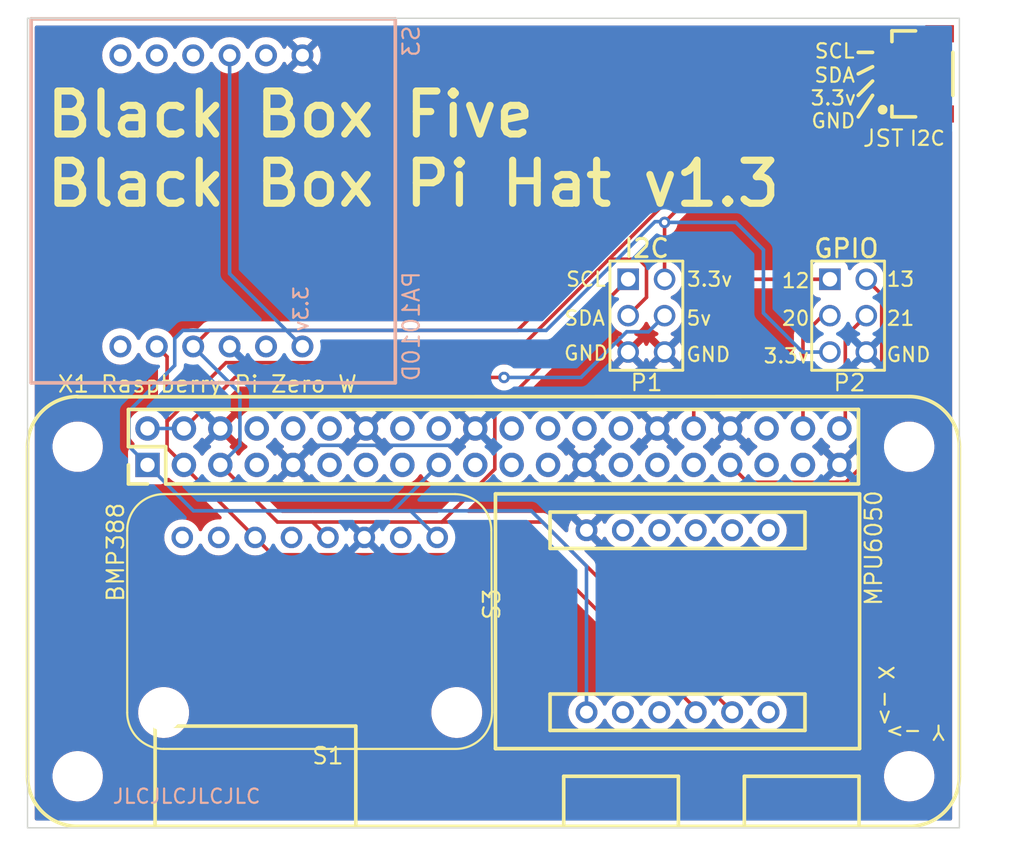
<source format=kicad_pcb>
(kicad_pcb (version 20211014) (generator pcbnew)
  (layers (0 "F.Cu" signal) (31 "B.Cu" signal) (34 "B.Paste" user) (35 "F.Paste" user) (36 "B.SilkS" user "B.Silkscreen") (37 "F.SilkS" user "F.Silkscreen") (38 "B.Mask" user) (39 "F.Mask" user) (44 "Edge.Cuts" user))
  (net 0 "")
  (net 1 "GND")
  (net 2 "3.3V")
  (net 3 "SDA")
  (net 4 "SCL")
  (net 5 "GP21")
  (net 6 "GP20")
  (net 7 "GP13")
  (net 8 "GP12")
  (net 9 "5V")
  (footprint "easyeda:ADAFRUIT BMP388 V2" (layer "F.Cu") (at 32.385 116.713 180)
    (fp_text reference "S1" (at -0.077 -10.668 180) (layer "F.SilkS") (effects (font (size 1.143 1.143) (thickness 0.152)) (justify left)))
    (fp_text value "BMP388" (at 13.54125 -0.00575 270) (layer "F.SilkS") (effects (font (size 1.15 1.15)) (justify left)))
    (fp_line (start -10.146 7.602) (end 10.174 7.602) (layer "F.SilkS") (width 0.152))
    (fp_line (start 10.191 -10.181) (end -10.129 -10.181) (layer "F.SilkS") (width 0.152))
    (fp_line (start -12.724 -7.641) (end -12.669 5.059) (layer "F.SilkS") (width 0.152))
    (fp_line (start 12.731 5.059) (end 12.731 -7.641) (layer "F.SilkS") (width 0.152))
    (fp_arc (start -10.129 7.599) (mid -11.925067 6.855036) (end -12.669 5.058956) (layer "F.SilkS") (width 0.152))
    (fp_arc (start 10.191 -10.181) (mid 11.987051 -9.437051) (end 12.731 -7.641) (layer "F.SilkS") (width 0.152))
    (fp_arc (start 12.731 5.059) (mid 11.987051 6.855051) (end 10.191 7.599) (layer "F.SilkS") (width 0.152))
    (fp_arc (start -12.72 -7.641) (mid -11.976036 -9.437067) (end -10.179956 -10.181) (layer "F.SilkS") (width 0.152))
    (pad "" np_thru_hole circle locked (at 10.191 -7.641) (size 2.54 2.54) (drill 2.54) (layers *.Cu *.Mask))
    (pad "" np_thru_hole circle locked (at -10.256 -7.641) (size 2.54 2.54) (drill 2.54) (layers *.Cu *.Mask))
    (pad "1" thru_hole circle locked (at -8.89 4.58) (size 1.499 1.499) (drill 0.914) (layers *.Cu *.Paste *.Mask) (net 2 "3.3V"))
    (pad "2" thru_hole circle locked (at -6.35 4.58) (size 1.499 1.499) (drill 0.914) (layers *.Cu *.Paste *.Mask))
    (pad "3" thru_hole circle locked (at -3.81 4.58) (size 1.499 1.499) (drill 0.914) (layers *.Cu *.Paste *.Mask) (net 1 "GND"))
    (pad "4" thru_hole circle locked (at -1.27 4.58) (size 1.499 1.499) (drill 0.914) (layers *.Cu *.Paste *.Mask) (net 4 "SCL"))
    (pad "5" thru_hole circle locked (at 1.27 4.58) (size 1.499 1.499) (drill 0.914) (layers *.Cu *.Paste *.Mask))
    (pad "6" thru_hole circle locked (at 3.81 4.58) (size 1.499 1.499) (drill 0.914) (layers *.Cu *.Paste *.Mask) (net 3 "SDA"))
    (pad "7" thru_hole circle locked (at 6.35 4.58) (size 1.499 1.499) (drill 0.914) (layers *.Cu *.Paste *.Mask))
    (pad "8" thru_hole circle locked (at 8.89 4.58) (size 1.499 1.499) (drill 0.914) (layers *.Cu *.Paste *.Mask))
  )
  (footprint "easyeda:2X3 PIN THROUGH HOLE" (layer "F.Cu") (at 54.46875 94.11625 -90)
    (fp_text reference "P1" (at 7.21875 -2.625 180) (layer "F.SilkS") (effects (font (size 1.143 1.143) (thickness 0.152)) (justify right)))
    (fp_text value "I2C" (at -2.15625 -3.09375 180) (layer "F.SilkS") (effects (font (size 1.27 1.27) (thickness 0.203)) (justify right)))
    (fp_text user "GND" (at 5.15625 2.8125 unlocked) (layer "F.SilkS"))
    (fp_text user "SCL" (at 0 2.8125 unlocked) (layer "F.SilkS"))
    (fp_text user "5v" (at 2.71875 -5.0625 unlocked) (layer "F.SilkS"))
    (fp_text user "SDA" (at 2.71875 2.90625 unlocked) (layer "F.SilkS"))
    (fp_text user "GND" (at 5.25 -5.71875 unlocked) (layer "F.SilkS"))
    (fp_text user "3.3v" (at 0 -5.8125 unlocked) (layer "F.SilkS"))
    (fp_line (start -1.27 -3.937) (end 6.35 -3.937) (layer "F.SilkS") (width 0.201))
    (fp_line (start -1.27 1.143) (end -1.27 -3.937) (layer "F.SilkS") (width 0.201))
    (fp_line (start -1.27 1.143) (end 6.35 1.143) (layer "F.SilkS") (width 0.201))
    (fp_line (start 6.35 1.143) (end 6.35 -3.937) (layer "F.SilkS") (width 0.201))
    (pad "1" thru_hole rect locked (at 0 -0.127 270) (size 1.499 1.499) (drill 1.016) (layers *.Cu *.Paste *.Mask) (net 4 "SCL"))
    (pad "2" thru_hole circle locked (at 0 -2.667 270) (size 1.499 1.499) (drill 1.016) (layers *.Cu *.Paste *.Mask) (net 2 "3.3V"))
    (pad "3" thru_hole circle locked (at 2.54 -0.127 270) (size 1.499 1.499) (drill 1.016) (layers *.Cu *.Paste *.Mask) (net 3 "SDA"))
    (pad "4" thru_hole circle locked (at 2.54 -2.667 270) (size 1.499 1.499) (drill 1.016) (layers *.Cu *.Paste *.Mask) (net 9 "5V"))
    (pad "5" thru_hole circle locked (at 5.08 -0.127 270) (size 1.499 1.499) (drill 1.016) (layers *.Cu *.Paste *.Mask) (net 1 "GND"))
    (pad "6" thru_hole circle locked (at 5.08 -2.667 270) (size 1.499 1.499) (drill 1.016) (layers *.Cu *.Paste *.Mask) (net 1 "GND"))
  )
  (footprint "easyeda:ADAFRUIT-STEMMAQT-MPU6050" (layer "F.Cu") (at 45.339 126.873 90)
    (fp_text reference "S3" (at 8.89 -0.254 90) (layer "F.SilkS") (effects (font (size 1.143 1.143) (thickness 0.152)) (justify left)))
    (fp_text value "MPU6050" (at 9.873 26.37975 270) (layer "F.SilkS") (effects (font (size 1.15 1.15)) (justify left)))
    (fp_text user "Y ->" (at 1.15425 29.286 180 unlocked) (layer "F.SilkS"))
    (fp_text user "X ->" (at 3.6855 27.2235 270 unlocked) (layer "F.SilkS"))
    (fp_line (start 17.78 0) (end 17.78 25.4) (layer "F.SilkS") (width 0.254))
    (fp_line (start 16.51 3.81) (end 16.51 21.59) (layer "F.SilkS") (width 0.254))
    (fp_line (start 1.27 3.81) (end 3.81 3.81) (layer "F.SilkS") (width 0.254))
    (fp_line (start 1.27 21.59) (end 1.27 3.81) (layer "F.SilkS") (width 0.254))
    (fp_line (start 0 0) (end 17.78 0) (layer "F.SilkS") (width 0.254))
    (fp_line (start 3.81 21.59) (end 1.27 21.59) (layer "F.SilkS") (width 0.254))
    (fp_line (start 16.51 21.59) (end 13.97 21.59) (layer "F.SilkS") (width 0.254))
    (fp_line (start 3.81 3.81) (end 3.81 21.59) (layer "F.SilkS") (width 0.254))
    (fp_line (start 13.97 21.59) (end 13.97 3.81) (layer "F.SilkS") (width 0.254))
    (fp_line (start 17.78 25.4) (end 0 25.4) (layer "F.SilkS") (width 0.254))
    (fp_line (start 0 25.4) (end 0 0) (layer "F.SilkS") (width 0.254))
    (fp_line (start 13.97 3.81) (end 16.51 3.81) (layer "F.SilkS") (width 0.254))
    (pad "1" thru_hole circle locked (at 2.54 6.35 90) (size 1.524 1.524) (drill 0.914) (layers *.Cu *.Paste *.Mask) (net 2 "3.3V"))
    (pad "2" thru_hole circle locked (at 2.54 8.89 90) (size 1.524 1.524) (drill 0.914) (layers *.Cu *.Paste *.Mask))
    (pad "3" thru_hole circle locked (at 2.54 11.43 90) (size 1.524 1.524) (drill 0.914) (layers *.Cu *.Paste *.Mask))
    (pad "4" thru_hole circle locked (at 2.54 13.97 90) (size 1.524 1.524) (drill 0.914) (layers *.Cu *.Paste *.Mask) (net 3 "SDA"))
    (pad "5" thru_hole circle locked (at 2.54 16.51 90) (size 1.524 1.524) (drill 0.914) (layers *.Cu *.Paste *.Mask) (net 4 "SCL"))
    (pad "6" thru_hole circle locked (at 2.54 19.05 90) (size 1.524 1.524) (drill 0.914) (layers *.Cu *.Paste *.Mask))
    (pad "7" thru_hole circle locked (at 15.24 19.05 90) (size 1.524 1.524) (drill 0.914) (layers *.Cu *.Paste *.Mask))
    (pad "8" thru_hole circle locked (at 15.24 16.51 90) (size 1.524 1.524) (drill 0.914) (layers *.Cu *.Paste *.Mask))
    (pad "9" thru_hole circle locked (at 15.24 13.97 90) (size 1.524 1.524) (drill 0.914) (layers *.Cu *.Paste *.Mask))
    (pad "10" thru_hole circle locked (at 15.24 11.43 90) (size 1.524 1.524) (drill 0.914) (layers *.Cu *.Paste *.Mask))
    (pad "11" thru_hole circle locked (at 15.24 8.89 90) (size 1.524 1.524) (drill 0.914) (layers *.Cu *.Paste *.Mask))
    (pad "12" thru_hole circle locked (at 15.24 6.35 90) (size 1.524 1.524) (drill 0.914) (layers *.Cu *.Paste *.Mask) (net 1 "GND"))
  )
  (footprint "easyeda:2X3 PIN THROUGH HOLE" (layer "F.Cu") (at 68.5405 94.11625 -90)
    (fp_text reference "P2" (at 7.2275 -2.7095 180) (layer "F.SilkS") (effects (font (size 1.143 1.143) (thickness 0.152)) (justify right)))
    (fp_text value "GPIO" (at -2.1475 -3.647 180) (layer "F.SilkS") (effects (font (size 1.27 1.27) (thickness 0.203)) (justify right)))
    (fp_text user "12" (at 0.1025 2.25925 unlocked) (layer "F.SilkS"))
    (fp_text user "21" (at 2.7275 -5.05325 unlocked) (layer "F.SilkS"))
    (fp_text user "20" (at 2.7275 2.25925 unlocked) (layer "F.SilkS"))
    (fp_text user "13" (at 0 -5.05325 unlocked) (layer "F.SilkS"))
    (fp_text user "3.3v" (at 5.3525 2.9155 unlocked) (layer "F.SilkS"))
    (fp_text user "GND" (at 5.25875 -5.61575 unlocked) (layer "F.SilkS"))
    (fp_line (start -1.27 1.143) (end -1.27 -3.937) (layer "F.SilkS") (width 0.201))
    (fp_line (start -1.27 -3.937) (end 6.35 -3.937) (layer "F.SilkS") (width 0.201))
    (fp_line (start -1.27 1.143) (end 6.35 1.143) (layer "F.SilkS") (width 0.201))
    (fp_line (start 6.35 1.143) (end 6.35 -3.937) (layer "F.SilkS") (width 0.201))
    (pad "1" thru_hole rect locked (at 0 -0.127 270) (size 1.499 1.499) (drill 1.016) (layers *.Cu *.Paste *.Mask) (net 8 "GP12"))
    (pad "2" thru_hole circle locked (at 0 -2.667 270) (size 1.499 1.499) (drill 1.016) (layers *.Cu *.Paste *.Mask) (net 7 "GP13"))
    (pad "3" thru_hole circle locked (at 2.54 -0.127 270) (size 1.499 1.499) (drill 1.016) (layers *.Cu *.Paste *.Mask) (net 6 "GP20"))
    (pad "4" thru_hole circle locked (at 2.54 -2.667 270) (size 1.499 1.499) (drill 1.016) (layers *.Cu *.Paste *.Mask) (net 5 "GP21"))
    (pad "5" thru_hole circle locked (at 5.08 -0.127 270) (size 1.499 1.499) (drill 1.016) (layers *.Cu *.Paste *.Mask) (net 2 "3.3V"))
    (pad "6" thru_hole circle locked (at 5.08 -2.667 270) (size 1.499 1.499) (drill 1.016) (layers *.Cu *.Paste *.Mask) (net 1 "GND"))
  )
  (footprint "easyeda:RPI_ZERO_W" (layer "F.Cu") (at 16.2 128.801)
    (fp_text reference "X1" (at -1.48125 -27.3635) (layer "F.SilkS") (effects (font (size 1.143 1.143) (thickness 0.152)) (justify left)))
    (fp_text value "Raspberry Pi Zero W" (at 1.51875 -27.3635) (layer "F.SilkS") (effects (font (size 1.143 1.143) (thickness 0.152)) (justify left)))
    (fp_line (start 54.461 -20.399) (end 54.461 -25.601) (layer "F.SilkS") (width 0.254))
    (fp_line (start 33.9 3.5) (end 33.9 0) (layer "F.SilkS") (width 0.254))
    (fp_line (start 46.5 3.5) (end 46.5 0) (layer "F.SilkS") (width 0.254))
    (fp_line (start 54.5 0) (end 54.5 3.5) (layer "F.SilkS") (width 0.254))
    (fp_line (start 41.9 0) (end 41.9 3.5) (layer "F.SilkS") (width 0.254))
    (fp_line (start -3.5 -22.984) (end -3.5 0.016) (layer "F.SilkS") (width 0.254))
    (fp_line (start 19.4 -3.5) (end 19.4 3.5) (layer "F.SilkS") (width 0.254))
    (fp_line (start 54.461 -25.601) (end 3.539 -25.601) (layer "F.SilkS") (width 0.254))
    (fp_line (start 5.4 3.5) (end 5.4 -3.5) (layer "F.SilkS") (width 0.254))
    (fp_line (start 61.5 -23.004) (end 61.5 0) (layer "F.SilkS") (width 0.254))
    (fp_line (start 6.14 -20.399) (end 54.461 -20.399) (layer "F.SilkS") (width 0.254))
    (fp_line (start 6.14 -23) (end 6.14 -20.399) (layer "F.SilkS") (width 0.254))
    (fp_line (start 33.9 0) (end 41.9 0) (layer "F.SilkS") (width 0.254))
    (fp_line (start 54.5 3.5) (end 46.5 3.5) (layer "F.SilkS") (width 0.254))
    (fp_line (start 0 -26.484) (end 58 -26.5) (layer "F.SilkS") (width 0.254))
    (fp_line (start 3.539 -20.399) (end 3.539 -21.73) (layer "F.SilkS") (width 0.254))
    (fp_line (start 41.9 3.5) (end 33.9 3.5) (layer "F.SilkS") (width 0.254))
    (fp_line (start 46.5 0) (end 54.5 0) (layer "F.SilkS") (width 0.254))
    (fp_line (start 3.539 -23) (end 6.14 -23) (layer "F.SilkS") (width 0.254))
    (fp_line (start 3.539 -25.601) (end 3.539 -23) (layer "F.SilkS") (width 0.254))
    (fp_line (start 19.4 3.5) (end 5.4 3.5) (layer "F.SilkS") (width 0.254))
    (fp_line (start 5.4 -3.5) (end 19.4 -3.5) (layer "F.SilkS") (width 0.254))
    (fp_line (start 58.004 3.5) (end 0 3.5) (layer "F.SilkS") (width 0.254))
    (fp_line (start 4.87 -20.399) (end 3.539 -20.399) (layer "F.SilkS") (width 0.254))
    (fp_arc (start 58 -26.5) (mid 60.473578 -25.476169) (end 61.499998 -23.003665) (layer "F.SilkS") (width 0.254))
    (fp_arc (start -3.5 -23) (mid -2.476148 -25.473599) (end -0.003604 -26.499998) (layer "F.SilkS") (width 0.254))
    (fp_arc (start 61.5 0) (mid 60.476148 2.473599) (end 58.003604 3.499998) (layer "F.SilkS") (width 0.254))
    (fp_arc (start 0 3.5) (mid -2.473599 2.476148) (end -3.499998 0.003604) (layer "F.SilkS") (width 0.254))
    (pad "" np_thru_hole circle locked (at 0 -23) (size 2.5 2.5) (drill 2.5) (layers *.Cu *.Mask))
    (pad "" np_thru_hole circle locked (at 0 0) (size 2.5 2.5) (drill 2.5) (layers *.Cu *.Mask))
    (pad "" np_thru_hole circle locked (at 58 0) (size 2.5 2.5) (drill 2.5) (layers *.Cu *.Mask))
    (pad "" np_thru_hole circle locked (at 58 -23) (size 2.5 2.5) (drill 2.5) (layers *.Cu *.Mask))
    (pad "1" thru_hole rect locked (at 4.87 -21.73 90) (size 1.7 1.7) (drill 1) (layers *.Cu *.Paste *.Mask) (net 2 "3.3V"))
    (pad "2" thru_hole circle locked (at 4.87 -24.27 90) (size 1.7 1.7) (drill 1) (layers *.Cu *.Paste *.Mask) (net 9 "5V"))
    (pad "3" thru_hole circle locked (at 7.41 -21.73 90) (size 1.7 1.7) (drill 1) (layers *.Cu *.Paste *.Mask) (net 3 "SDA"))
    (pad "4" thru_hole circle locked (at 7.41 -24.27 90) (size 1.7 1.7) (drill 1) (layers *.Cu *.Paste *.Mask) (net 9 "5V"))
    (pad "5" thru_hole circle locked (at 9.95 -21.73 90) (size 1.7 1.7) (drill 1) (layers *.Cu *.Paste *.Mask) (net 4 "SCL"))
    (pad "6" thru_hole circle locked (at 9.95 -24.27 90) (size 1.7 1.7) (drill 1) (layers *.Cu *.Paste *.Mask) (net 1 "GND"))
    (pad "7" thru_hole circle locked (at 12.49 -21.73 90) (size 1.7 1.7) (drill 1) (layers *.Cu *.Paste *.Mask))
    (pad "8" thru_hole circle locked (at 12.49 -24.27 90) (size 1.7 1.7) (drill 1) (layers *.Cu *.Paste *.Mask))
    (pad "9" thru_hole circle locked (at 15.03 -21.73 90) (size 1.7 1.7) (drill 1) (layers *.Cu *.Paste *.Mask) (net 1 "GND"))
    (pad "10" thru_hole circle locked (at 15.03 -24.27 90) (size 1.7 1.7) (drill 1) (layers *.Cu *.Paste *.Mask))
    (pad "11" thru_hole circle locked (at 17.57 -21.73 90) (size 1.7 1.7) (drill 1) (layers *.Cu *.Paste *.Mask))
    (pad "12" thru_hole circle locked (at 17.57 -24.27 90) (size 1.7 1.7) (drill 1) (layers *.Cu *.Paste *.Mask))
    (pad "13" thru_hole circle locked (at 20.11 -21.73 90) (size 1.7 1.7) (drill 1) (layers *.Cu *.Paste *.Mask))
    (pad "14" thru_hole circle locked (at 20.11 -24.27 90) (size 1.7 1.7) (drill 1) (layers *.Cu *.Paste *.Mask) (net 1 "GND"))
    (pad "15" thru_hole circle locked (at 22.65 -21.73 90) (size 1.7 1.7) (drill 1) (layers *.Cu *.Paste *.Mask))
    (pad "16" thru_hole circle locked (at 22.65 -24.27 90) (size 1.7 1.7) (drill 1) (layers *.Cu *.Paste *.Mask))
    (pad "17" thru_hole circle locked (at 25.19 -21.73 90) (size 1.7 1.7) (drill 1) (layers *.Cu *.Paste *.Mask) (net 2 "3.3V"))
    (pad "18" thru_hole circle locked (at 25.19 -24.27 90) (size 1.7 1.7) (drill 1) (layers *.Cu *.Paste *.Mask))
    (pad "19" thru_hole circle locked (at 27.73 -21.73 90) (size 1.7 1.7) (drill 1) (layers *.Cu *.Paste *.Mask))
    (pad "20" thru_hole circle locked (at 27.73 -24.27 90) (size 1.7 1.7) (drill 1) (layers *.Cu *.Paste *.Mask) (net 1 "GND"))
    (pad "21" thru_hole circle locked (at 30.27 -21.73 90) (size 1.7 1.7) (drill 1) (layers *.Cu *.Paste *.Mask))
    (pad "22" thru_hole circle locked (at 30.27 -24.27 90) (size 1.7 1.7) (drill 1) (layers *.Cu *.Paste *.Mask))
    (pad "23" thru_hole circle locked (at 32.81 -21.73 90) (size 1.7 1.7) (drill 1) (layers *.Cu *.Paste *.Mask))
    (pad "24" thru_hole circle locked (at 32.81 -24.27 90) (size 1.7 1.7) (drill 1) (layers *.Cu *.Paste *.Mask))
    (pad "25" thru_hole circle locked (at 35.35 -21.73 90) (size 1.7 1.7) (drill 1) (layers *.Cu *.Paste *.Mask) (net 1 "GND"))
    (pad "26" thru_hole circle locked (at 35.35 -24.27 90) (size 1.7 1.7) (drill 1) (layers *.Cu *.Paste *.Mask))
    (pad "27" thru_hole circle locked (at 37.89 -21.73 90) (size 1.7 1.7) (drill 1) (layers *.Cu *.Paste *.Mask))
    (pad "28" thru_hole circle locked (at 37.89 -24.27 90) (size 1.7 1.7) (drill 1) (layers *.Cu *.Paste *.Mask))
    (pad "29" thru_hole circle locked (at 40.43 -21.73 90) (size 1.7 1.7) (drill 1) (layers *.Cu *.Paste *.Mask))
    (pad "30" thru_hole circle locked (at 40.43 -24.27 90) (size 1.7 1.7) (drill 1) (layers *.Cu *.Paste *.Mask) (net 1 "GND"))
    (pad "31" thru_hole circle locked (at 42.97 -21.73 90) (size 1.7 1.7) (drill 1) (layers *.Cu *.Paste *.Mask))
    (pad "32" thru_hole circle locked (at 42.97 -24.27 90) (size 1.7 1.7) (drill 1) (layers *.Cu *.Paste *.Mask) (net 8 "GP12"))
    (pad "33" thru_hole circle locked (at 45.51 -21.73 90) (size 1.7 1.7) (drill 1) (layers *.Cu *.Paste *.Mask) (net 7 "GP13"))
    (pad "34" thru_hole circle locked (at 45.51 -24.27 90) (size 1.7 1.7) (drill 1) (layers *.Cu *.Paste *.Mask) (net 1 "GND"))
    (pad "35" thru_hole circle locked (at 48.05 -21.73 90) (size 1.7 1.7) (drill 1) (layers *.Cu *.Paste *.Mask))
    (pad "36" thru_hole circle locked (at 48.05 -24.27 90) (size 1.7 1.7) (drill 1) (layers *.Cu *.Paste *.Mask))
    (pad "37" thru_hole circle locked (at 50.59 -21.73 90) (size 1.7 1.7) (drill 1) (layers *.Cu *.Paste *.Mask))
    (pad "38" thru_hole circle locked (at 50.59 -24.27 90) (size 1.7 1.7) (drill 1) (layers *.Cu *.Paste *.Mask) (net 6 "GP20"))
    (pad "39" thru_hole circle locked (at 53.13 -21.73 90) (size 1.7 1.7) (drill 1) (layers *.Cu *.Paste *.Mask) (net 1 "GND"))
    (pad "40" thru_hole circle locked (at 53.13 -24.27 90) (size 1.7 1.7) (drill 1) (layers *.Cu *.Paste *.Mask) (net 5 "GP21"))
  )
  (footprint "easyeda:JST SH 4-PIN I2C-H" (layer "F.Cu") (at 72.644 81.28 180)
    (fp_text reference "JST" (at 1.769 -3.00125 180) (layer "F.SilkS") (effects (font (size 1.143 1.143) (thickness 0.152)) (justify left)))
    (fp_text value "I2C" (at -1.51225 -3.00125 180) (layer "F.SilkS") (effects (font (thickness 0.152)) (justify left)))
    (fp_text user "GND" (at 3.73775 -1.7825 unlocked) (layer "F.SilkS"))
    (fp_text user "3.3v" (at 3.73775 -0.18875 unlocked) (layer "F.SilkS"))
    (fp_text user "SCL" (at 3.644 3.0925 unlocked) (layer "F.SilkS"))
    (fp_text user "SDA" (at 3.644 1.405 unlocked) (layer "F.SilkS"))
    (fp_line (start 1 2) (end 2 1.5) (layer "F.SilkS") (width 0.254))
    (fp_line (start -0.35 -1.5) (end -0.35 -0.75) (layer "F.SilkS") (width 0.254))
    (fp_line (start -0.35 4.5) (end -2 4.5) (layer "F.SilkS") (width 0.254))
    (fp_line (start 2 3) (end 1 3) (layer "F.SilkS") (width 0.254))
    (fp_line (start 1 1) (end 2 0) (layer "F.SilkS") (width 0.254))
    (fp_line (start -4.6 0) (end -4.6 3) (layer "F.SilkS") (width 0.254))
    (fp_line (start -2 -1.5) (end -0.35 -1.5) (layer "F.SilkS") (width 0.254))
    (fp_line (start -0.35 3.75) (end -0.35 4.5) (layer "F.SilkS") (width 0.254))
    (fp_line (start 1 0) (end 2 -1.5) (layer "F.SilkS") (width 0.254))
    (fp_arc (start 0.294 -0.859) (mid 0.296835 -1.141032) (end 0.30033 -0.859007) (layer "F.SilkS") (width 0.4))
    (pad "1" smd rect locked (at 0 0 90) (size 0.6 1.35) (layers "F.Cu" "F.Paste" "F.Mask") (net 1 "GND"))
    (pad "2" smd rect locked (at 0 1 90) (size 0.6 1.35) (layers "F.Cu" "F.Paste" "F.Mask") (net 2 "3.3V"))
    (pad "3" smd rect locked (at 0 2 90) (size 0.6 1.35) (layers "F.Cu" "F.Paste" "F.Mask") (net 3 "SDA"))
    (pad "4" smd rect locked (at 0 3 90) (size 0.6 1.35) (layers "F.Cu" "F.Paste" "F.Mask") (net 4 "SCL"))
    (pad "NC1" smd rect locked (at -3.675 4.3 90) (size 1.2 2) (layers "F.Cu" "F.Paste" "F.Mask"))
    (pad "NC2" smd rect locked (at -3.675 -1.3 90) (size 1.2 2) (layers "F.Cu" "F.Paste" "F.Mask"))
  )
  (footprint "easyeda:ADAFRUIT PA1010D MINI GPS" (layer "B.Cu") (at 25.527 88.646 180)
    (fp_text reference "S3" (at -13.94175 12.3335 270) (layer "B.SilkS") (effects (font (size 1.143 1.143) (thickness 0.152)) (justify left mirror)))
    (fp_text value "PA1010D" (at -13.94175 -4.82275 90) (layer "B.SilkS") (effects (font (size 1.15 1.15)) (justify left mirror)))
    (fp_text user "3.3v" (at -6.25425 -7.5415 90 unlocked) (layer "B.SilkS") (effects (justify mirror)))
    (fp_line (start 12.573 -12.7) (end -12.827 -12.7) (layer "B.SilkS") (width 0.254))
    (fp_line (start -12.827 -12.7) (end -12.827 12.7) (layer "B.SilkS") (width 0.254))
    (fp_line (start 12.573 12.7) (end 12.573 -12.7) (layer "B.SilkS") (width 0.254))
    (fp_line (start -12.827 12.7) (end 12.573 12.7) (layer "B.SilkS") (width 0.254))
    (pad "1" thru_hole circle locked (at -6.35 10.16 180) (size 1.524 1.524) (drill 0.914) (layers *.Cu *.Paste *.Mask) (net 1 "GND"))
    (pad "2" thru_hole circle locked (at -3.81 10.16 180) (size 1.524 1.524) (drill 0.914) (layers *.Cu *.Paste *.Mask))
    (pad "3" thru_hole circle locked (at -1.27 10.16 180) (size 1.524 1.524) (drill 0.914) (layers *.Cu *.Paste *.Mask) (net 2 "3.3V"))
    (pad "4" thru_hole circle locked (at 1.27 10.16 180) (size 1.524 1.524) (drill 0.914) (layers *.Cu *.Paste *.Mask))
    (pad "5" thru_hole circle locked (at 3.81 10.16 180) (size 1.524 1.524) (drill 0.914) (layers *.Cu *.Paste *.Mask))
    (pad "6" thru_hole circle locked (at 6.35 10.16 180) (size 1.524 1.524) (drill 0.914) (layers *.Cu *.Paste *.Mask))
    (pad "7" thru_hole circle locked (at -6.35 -10.16 180) (size 1.524 1.524) (drill 0.914) (layers *.Cu *.Paste *.Mask) (net 2 "3.3V"))
    (pad "8" thru_hole circle locked (at -3.81 -10.16 180) (size 1.524 1.524) (drill 0.914) (layers *.Cu *.Paste *.Mask))
    (pad "9" thru_hole circle locked (at -1.27 -10.16 180) (size 1.524 1.524) (drill 0.914) (layers *.Cu *.Paste *.Mask) (net 1 "GND"))
    (pad "10" thru_hole circle locked (at 1.27 -10.16 180) (size 1.524 1.524) (drill 0.914) (layers *.Cu *.Paste *.Mask) (net 4 "SCL"))
    (pad "11" thru_hole circle locked (at 3.81 -10.16 180) (size 1.524 1.524) (drill 0.914) (layers *.Cu *.Paste *.Mask) (net 3 "SDA"))
    (pad "12" thru_hole circle locked (at 6.35 -10.16 180) (size 1.524 1.524) (drill 0.914) (layers *.Cu *.Paste *.Mask))
  )
  (gr_rect (start 12.7 132.4) (end 77.7 75.9) (layer "Edge.Cuts") (width 0.1) (fill none))
  (gr_text "JLCJLCJLCJLC" (at 23.8 130.2) (layer "B.SilkS") (effects (font (size 1 1))))
  (gr_text "Black Box Five\nBlack Box Pi Hat v1.3" (at 13.78125 85.03125) (layer "F.SilkS") (effects (font (size 3 3) (thickness 0.5)) (justify left)))
  (segment (start 42.755489 105.705511) (end 34.919489 105.705511) (width 0.25) (layer "B.Cu") (net 1))
  (segment (start 32.595489 105.705511) (end 31.23 107.071) (width 0.25) (layer "B.Cu") (net 1))
  (segment (start 35.135489 105.705511) (end 34.919489 105.705511) (width 0.25) (layer "B.Cu") (net 1))
  (segment (start 43.93 104.531) (end 42.755489 105.705511) (width 0.25) (layer "B.Cu") (net 1))
  (segment (start 34.919489 105.705511) (end 32.595489 105.705511) (width 0.25) (layer "B.Cu") (net 1))
  (segment (start 36.31 104.531) (end 35.135489 105.705511) (width 0.25) (layer "B.Cu") (net 1))
  (segment (start 72.644 80.28) (end 67.00125 80.28) (width 0.25) (layer "F.Cu") (net 2))
  (segment (start 57.13575 90.1455) (end 57.13575 94.11625) (width 0.25) (layer "F.Cu") (net 2))
  (segment (start 67.00125 80.28) (end 57.13575 90.1455) (width 0.25) (layer "F.Cu") (net 2))
  (via (at 57.13575 90.1455) (size 0.8) (drill 0.4) (layers "F.Cu" "B.Cu") (net 2))
  (segment (start 41.275 112.133) (end 39.417 110.275) (width 0.25) (layer "B.Cu") (net 2))
  (segment (start 41.39 107.071) (end 38.186 110.275) (width 0.25) (layer "B.Cu") (net 2))
  (segment (start 66.75875 99.19625) (end 68.6675 99.19625) (width 0.25) (layer "B.Cu") (net 2))
  (segment (start 26.797 78.486) (end 26.797 93.726) (width 0.25) (layer "B.Cu") (net 2))
  (segment (start 22.96875 100.125) (end 19.78125 103.3125) (width 0.25) (layer "B.Cu") (net 2))
  (segment (start 19.78125 105.78225) (end 21.07 107.071) (width 0.25) (layer "B.Cu") (net 2))
  (segment (start 22.96875 98.25) (end 22.96875 100.125) (width 0.25) (layer "B.Cu") (net 2))
  (segment (start 51.689 114.1265) (end 47.8375 110.275) (width 0.25) (layer "B.Cu") (net 2))
  (segment (start 57.13575 90.1455) (end 62.11425 90.1455) (width 0.25) (layer "B.Cu") (net 2))
  (segment (start 57.13575 90.1455) (end 57.13575 90.13575) (width 0.25) (layer "B.Cu") (net 2))
  (segment (start 23.5355 97.68325) (end 48.880728 97.68325) (width 0.25) (layer "B.Cu") (net 2))
  (segment (start 64.03125 96.46875) (end 66.75875 99.19625) (width 0.25) (layer "B.Cu") (net 2))
  (segment (start 51.689 124.333) (end 51.689 114.1265) (width 0.25) (layer "B.Cu") (net 2))
  (segment (start 39.35 110.275) (end 47.8375 110.275) (width 0.25) (layer "B.Cu") (net 2))
  (segment (start 57.09375 90.09375) (end 56.470228 90.09375) (width 0.25) (layer "B.Cu") (net 2))
  (segment (start 30.75425 97.68325) (end 31.877 98.806) (width 0.25) (layer "B.Cu") (net 2))
  (segment (start 19.78125 103.3125) (end 19.78125 105.78225) (width 0.25) (layer "B.Cu") (net 2))
  (segment (start 64.03125 92.0625) (end 64.03125 96.46875) (width 0.25) (layer "B.Cu") (net 2))
  (segment (start 62.11425 90.1455) (end 64.03125 92.0625) (width 0.25) (layer "B.Cu") (net 2))
  (segment (start 24.274 110.275) (end 21.07 107.071) (width 0.25) (layer "B.Cu") (net 2))
  (segment (start 56.470228 90.09375) (end 48.880728 97.68325) (width 0.25) (layer "B.Cu") (net 2))
  (segment (start 23.5355 97.68325) (end 22.96875 98.25) (width 0.25) (layer "B.Cu") (net 2))
  (segment (start 24.274 110.275) (end 39.417 110.275) (width 0.25) (layer "B.Cu") (net 2))
  (segment (start 57.13575 90.13575) (end 57.09375 90.09375) (width 0.25) (layer "B.Cu") (net 2))
  (segment (start 26.797 93.726) (end 30.75425 97.68325) (width 0.25) (layer "B.Cu") (net 2))
  (segment (start 53.25 92.71875) (end 66.68875 79.28) (width 0.25) (layer "F.Cu") (net 3))
  (segment (start 22.435489 105.896489) (end 22.435489 99.524489) (width 0.25) (layer "F.Cu") (net 3))
  (segment (start 46.03125 99.9375) (end 53.25 92.71875) (width 0.25) (layer "F.Cu") (net 3))
  (segment (start 26.54249 99.9375) (end 46.03125 99.9375) (width 0.25) (layer "F.Cu") (net 3))
  (segment (start 55.346272 92.71875) (end 55.875 93.247478) (width 0.25) (layer "F.Cu") (net 3))
  (segment (start 28.575 112.133) (end 23.61 107.168) (width 0.25) (layer "F.Cu") (net 3))
  (segment (start 22.435489 104.044501) (end 26.54249 99.9375) (width 0.25) (layer "F.Cu") (net 3))
  (segment (start 53.25 92.71875) (end 55.346272 92.71875) (width 0.25) (layer "F.Cu") (net 3))
  (segment (start 22.435489 99.524489) (end 21.717 98.806) (width 0.25) (layer "F.Cu") (net 3))
  (segment (start 23.61 107.168) (end 23.61 107.071) (width 0.25) (layer "F.Cu") (net 3))
  (segment (start 66.68875 79.28) (end 72.644 79.28) (width 0.25) (layer "F.Cu") (net 3))
  (segment (start 59.309 124.333) (end 59.309 124.09025) (width 0.25) (layer "F.Cu") (net 3))
  (segment (start 23.61 107.071) (end 22.435489 105.896489) (width 0.25) (layer "F.Cu") (net 3))
  (segment (start 55.875 95.377) (end 54.59575 96.65625) (width 0.25) (layer "F.Cu") (net 3))
  (segment (start 29.78575 113.34375) (end 28.575 112.133) (width 0.25) (layer "F.Cu") (net 3))
  (segment (start 55.875 93.247478) (end 55.875 95.377) (width 0.25) (layer "F.Cu") (net 3))
  (segment (start 48.5625 113.34375) (end 29.78575 113.34375) (width 0.25) (layer "F.Cu") (net 3))
  (segment (start 59.309 124.09025) (end 48.5625 113.34375) (width 0.25) (layer "F.Cu") (net 3))
  (segment (start 61.849 124.333) (end 61.849 124.2865) (width 0.25) (layer "F.Cu") (net 4))
  (segment (start 33.655 112.133) (end 32.580989 111.058989) (width 0.25) (layer "F.Cu") (net 4))
  (segment (start 61.849 124.2865) (end 48.621489 111.058989) (width 0.25) (layer "F.Cu") (net 4))
  (segment (start 32.580989 111.058989) (end 30.137989 111.058989) (width 0.25) (layer "F.Cu") (net 4))
  (segment (start 32.580989 111.058989) (end 41.603021 111.058989) (width 0.25) (layer "F.Cu") (net 4))
  (segment (start 72.644 78.28) (end 66.2825 78.28) (width 0.25) (layer "F.Cu") (net 4))
  (segment (start 25.3755 97.6875) (end 24.257 98.806) (width 0.25) (layer "F.Cu") (net 4))
  (segment (start 46.875 97.6875) (end 25.3755 97.6875) (width 0.25) (layer "F.Cu") (net 4))
  (segment (start 66.2825 78.28) (end 46.875 97.6875) (width 0.25) (layer "F.Cu") (net 4))
  (segment (start 45.295489 107.366521) (end 45.295489 103.416511) (width 0.25) (layer "F.Cu") (net 4))
  (segment (start 30.137989 111.058989) (end 26.15 107.071) (width 0.25) (layer "F.Cu") (net 4))
  (segment (start 45.295489 103.416511) (end 54.59575 94.11625) (width 0.25) (layer "F.Cu") (net 4))
  (segment (start 48.621489 111.058989) (end 41.603021 111.058989) (width 0.25) (layer "F.Cu") (net 4))
  (segment (start 41.603021 111.058989) (end 45.295489 107.366521) (width 0.25) (layer "F.Cu") (net 4))
  (segment (start 24.257 98.806) (end 27.515489 102.064489) (width 0.25) (layer "B.Cu") (net 4))
  (segment (start 27.515489 102.064489) (end 27.515489 105.705511) (width 0.25) (layer "B.Cu") (net 4))
  (segment (start 27.515489 105.705511) (end 26.15 107.071) (width 0.25) (layer "B.Cu") (net 4))
  (segment (start 69.33 104.531) (end 69.741511 104.119489) (width 0.25) (layer "F.Cu") (net 5))
  (segment (start 69.741511 98.122239) (end 71.2075 96.65625) (width 0.25) (layer "F.Cu") (net 5))
  (segment (start 69.741511 104.119489) (end 69.741511 98.122239) (width 0.25) (layer "F.Cu") (net 5))
  (segment (start 66.79 98.0225) (end 66.79 104.531) (width 0.25) (layer "F.Cu") (net 6))
  (segment (start 68.6675 96.65625) (end 68.15625 96.65625) (width 0.25) (layer "F.Cu") (net 6))
  (segment (start 68.15625 96.65625) (end 66.79 98.0225) (width 0.25) (layer "F.Cu") (net 6))
  (segment (start 71.2075 94.11625) (end 72.281511 95.190261) (width 0.25) (layer "F.Cu") (net 7))
  (segment (start 69.78076 108.28125) (end 62.92025 108.28125) (width 0.25) (layer "F.Cu") (net 7))
  (segment (start 62.92025 108.28125) (end 61.71 107.071) (width 0.25) (layer "F.Cu") (net 7))
  (segment (start 72.281511 95.190261) (end 72.281511 105.780499) (width 0.25) (layer "F.Cu") (net 7))
  (segment (start 72.281511 105.780499) (end 69.78076 108.28125) (width 0.25) (layer "F.Cu") (net 7))
  (segment (start 59.17 97.58) (end 59.17 104.531) (width 0.25) (layer "F.Cu") (net 8))
  (segment (start 62.63375 94.11625) (end 59.17 97.58) (width 0.25) (layer "F.Cu") (net 8))
  (segment (start 68.6675 94.11625) (end 62.63375 94.11625) (width 0.25) (layer "F.Cu") (net 8))
  (segment (start 23.61 104.531) (end 27.17225 100.96875) (width 0.25) (layer "F.Cu") (net 9))
  (segment (start 27.17225 100.96875) (end 45.9375 100.96875) (width 0.25) (layer "F.Cu") (net 9))
  (via (at 45.9375 100.96875) (size 0.8) (drill 0.4) (layers "F.Cu" "B.Cu") (net 9))
  (segment (start 51.304368 100.96875) (end 54.491868 97.78125) (width 0.25) (layer "B.Cu") (net 9))
  (segment (start 56.01075 97.78125) (end 57.13575 96.65625) (width 0.25) (layer "B.Cu") (net 9))
  (segment (start 54.491868 97.78125) (end 56.01075 97.78125) (width 0.25) (layer "B.Cu") (net 9))
  (segment (start 45.9375 100.96875) (end 51.304368 100.96875) (width 0.25) (layer "B.Cu") (net 9))
  (segment (start 21.07 104.531) (end 23.61 104.531) (width 0.25) (layer "B.Cu") (net 9))
  (zone (net 1) (net_name "GND") (layers F&B.Cu) (connect_pads (clearance 0.508)) (min_thickness 0.254) (fill yes (thermal_gap 0.508) (thermal_bridge_width 0.508))
    (polygon (pts (xy 82.21875 133.6875) (xy 10.78125 133.6875) (xy 10.78125 74.625) (xy 82.21875 74.625)))
  )
)
</source>
